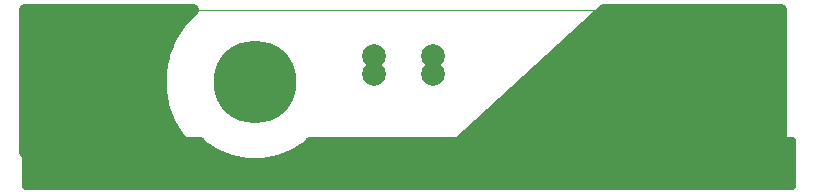
<source format=gbl>
G75*
%MOIN*%
%OFA0B0*%
%FSLAX25Y25*%
%IPPOS*%
%LPD*%
%AMOC8*
5,1,8,0,0,1.08239X$1,22.5*
%
%ADD10C,0.00000*%
%ADD11C,0.03937*%
%ADD12C,0.27559*%
%ADD13C,0.07874*%
%ADD14C,0.01969*%
D10*
X0002968Y0001985D02*
X0002968Y0061040D01*
X0254936Y0061040D01*
X0254936Y0001985D01*
X0002968Y0001985D01*
D11*
X0002969Y0013795D02*
X0058505Y0013795D01*
X0002969Y0013795D01*
X0002969Y0061039D01*
X0058836Y0061039D01*
X0055126Y0057330D01*
X0051679Y0052171D01*
X0049305Y0046439D01*
X0048094Y0040354D01*
X0048094Y0034150D01*
X0049305Y0028065D01*
X0051679Y0022333D01*
X0055126Y0017174D01*
X0058505Y0013795D01*
X0054754Y0017731D02*
X0002969Y0017731D01*
X0002969Y0021666D02*
X0052125Y0021666D01*
X0050325Y0025602D02*
X0002969Y0025602D01*
X0002969Y0029537D02*
X0049012Y0029537D01*
X0048229Y0033473D02*
X0002969Y0033473D01*
X0002969Y0037408D02*
X0048094Y0037408D01*
X0048291Y0041344D02*
X0002969Y0041344D01*
X0002969Y0045279D02*
X0049074Y0045279D01*
X0050455Y0049215D02*
X0002969Y0049215D01*
X0002969Y0053150D02*
X0052334Y0053150D01*
X0054963Y0057086D02*
X0002969Y0057086D01*
X0002969Y0061022D02*
X0058818Y0061022D01*
X0165809Y0033473D02*
X0254937Y0033473D01*
X0254937Y0037408D02*
X0170103Y0037408D01*
X0174396Y0041344D02*
X0254937Y0041344D01*
X0254937Y0045279D02*
X0178689Y0045279D01*
X0182983Y0049215D02*
X0254937Y0049215D01*
X0254937Y0053150D02*
X0187276Y0053150D01*
X0191569Y0057086D02*
X0254937Y0057086D01*
X0254937Y0061022D02*
X0195862Y0061022D01*
X0195882Y0061039D02*
X0254937Y0061039D01*
X0254937Y0013795D01*
X0148638Y0017732D01*
X0195882Y0061039D01*
X0161516Y0029537D02*
X0254937Y0029537D01*
X0254937Y0025602D02*
X0157223Y0025602D01*
X0152929Y0021666D02*
X0254937Y0021666D01*
X0254937Y0017731D02*
X0148678Y0017731D01*
D12*
X0079591Y0037252D03*
X0195850Y0039858D03*
X0227378Y0039839D03*
D13*
X0247063Y0039862D03*
X0247055Y0045776D03*
X0138803Y0045776D03*
X0119102Y0045764D03*
X0119118Y0039870D03*
X0138787Y0039862D03*
X0010835Y0039850D03*
X0010835Y0045783D03*
D14*
X0002969Y0017732D02*
X0002969Y0001984D01*
X0258874Y0001984D01*
X0258874Y0017732D01*
X0097653Y0017732D01*
X0096531Y0016610D01*
X0092178Y0013702D01*
X0087342Y0011698D01*
X0082208Y0010677D01*
X0076973Y0010677D01*
X0071839Y0011698D01*
X0067003Y0013702D01*
X0062650Y0016610D01*
X0061528Y0017732D01*
X0002969Y0017732D01*
X0002969Y0017729D02*
X0061531Y0017729D01*
X0063919Y0015762D02*
X0002969Y0015762D01*
X0002969Y0013795D02*
X0066863Y0013795D01*
X0071526Y0011828D02*
X0002969Y0011828D01*
X0002969Y0009861D02*
X0258874Y0009861D01*
X0258874Y0007894D02*
X0002969Y0007894D01*
X0002969Y0005927D02*
X0258874Y0005927D01*
X0258874Y0003960D02*
X0002969Y0003960D01*
X0002969Y0001993D02*
X0258874Y0001993D01*
X0258874Y0011828D02*
X0087656Y0011828D01*
X0092318Y0013795D02*
X0258874Y0013795D01*
X0258874Y0015762D02*
X0095262Y0015762D01*
X0097650Y0017729D02*
X0258874Y0017729D01*
M02*

</source>
